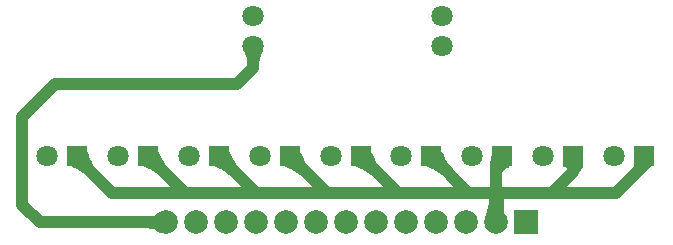
<source format=gtl>
G04 #@! TF.GenerationSoftware,KiCad,Pcbnew,8.0.1*
G04 #@! TF.CreationDate,2024-06-04T21:42:42+02:00*
G04 #@! TF.ProjectId,BMW E30 VFL SI Indicator,424d5720-4533-4302-9056-464c20534920,rev?*
G04 #@! TF.SameCoordinates,Original*
G04 #@! TF.FileFunction,Copper,L1,Top*
G04 #@! TF.FilePolarity,Positive*
%FSLAX46Y46*%
G04 Gerber Fmt 4.6, Leading zero omitted, Abs format (unit mm)*
G04 Created by KiCad (PCBNEW 8.0.1) date 2024-06-04 21:42:42*
%MOMM*%
%LPD*%
G01*
G04 APERTURE LIST*
G04 #@! TA.AperFunction,ComponentPad*
%ADD10R,2.000000X2.000000*%
G04 #@! TD*
G04 #@! TA.AperFunction,ComponentPad*
%ADD11C,2.000000*%
G04 #@! TD*
G04 #@! TA.AperFunction,ComponentPad*
%ADD12R,1.800000X1.800000*%
G04 #@! TD*
G04 #@! TA.AperFunction,ComponentPad*
%ADD13C,1.800000*%
G04 #@! TD*
G04 #@! TA.AperFunction,Conductor*
%ADD14C,1.000000*%
G04 #@! TD*
G04 #@! TA.AperFunction,Conductor*
%ADD15C,1.300000*%
G04 #@! TD*
G04 APERTURE END LIST*
D10*
X165540000Y-91600000D03*
D11*
X163000000Y-91600000D03*
X160460000Y-91600000D03*
X157920000Y-91600000D03*
X155380000Y-91600000D03*
X152840000Y-91600000D03*
X150300000Y-91600000D03*
X147760000Y-91600000D03*
X145220000Y-91600000D03*
X142680000Y-91600000D03*
X140140000Y-91600000D03*
X137600000Y-91600000D03*
X135060000Y-91600000D03*
D12*
X151575000Y-86000000D03*
D13*
X149035000Y-86000000D03*
D12*
X127575000Y-86000000D03*
D13*
X125035000Y-86000000D03*
D12*
X175575000Y-86000000D03*
D13*
X173035000Y-86000000D03*
D12*
X157575000Y-86000000D03*
D13*
X155035000Y-86000000D03*
D12*
X145575000Y-86000000D03*
D13*
X143035000Y-86000000D03*
D12*
X139575000Y-86000000D03*
D13*
X137035000Y-86000000D03*
D12*
X133575000Y-86000000D03*
D13*
X131035000Y-86000000D03*
X158500000Y-76700000D03*
X158500000Y-74160000D03*
X142500000Y-74160000D03*
X142500000Y-76700000D03*
D12*
X163575000Y-86000000D03*
D13*
X161035000Y-86000000D03*
D12*
X169575000Y-86000000D03*
D13*
X167035000Y-86000000D03*
D14*
X127575000Y-86000000D02*
X127575000Y-86175000D01*
X163000000Y-89100000D02*
X163000000Y-86575000D01*
X136700000Y-89100000D02*
X142700000Y-89100000D01*
X142700000Y-89100000D02*
X148700000Y-89100000D01*
X173200000Y-89100000D02*
X168300000Y-89100000D01*
X160700000Y-89100000D02*
X163000000Y-89100000D01*
X169575000Y-86000000D02*
X169575000Y-87325000D01*
X139575000Y-86000000D02*
X139600000Y-86000000D01*
X145600000Y-86000000D02*
X148700000Y-89100000D01*
X130500000Y-89100000D02*
X136700000Y-89100000D01*
X175575000Y-86000000D02*
X175575000Y-86725000D01*
X127575000Y-86175000D02*
X130500000Y-89100000D01*
X163000000Y-86575000D02*
X163575000Y-86000000D01*
X133575000Y-86000000D02*
X133600000Y-86000000D01*
X133600000Y-86000000D02*
X136700000Y-89100000D01*
X145575000Y-86000000D02*
X145600000Y-86000000D01*
X157575000Y-86000000D02*
X157600000Y-86000000D01*
X154700000Y-89100000D02*
X160700000Y-89100000D01*
X157600000Y-86000000D02*
X160700000Y-89100000D01*
X166500000Y-89100000D02*
X163000000Y-89100000D01*
D15*
X163000000Y-91600000D02*
X163000000Y-89100000D01*
D14*
X168300000Y-89100000D02*
X166500000Y-89100000D01*
X169575000Y-87325000D02*
X167800000Y-89100000D01*
X167800000Y-89100000D02*
X166500000Y-89100000D01*
X151575000Y-86000000D02*
X151600000Y-86000000D01*
X151600000Y-86000000D02*
X154700000Y-89100000D01*
X139600000Y-86000000D02*
X142700000Y-89100000D01*
X148700000Y-89100000D02*
X154700000Y-89100000D01*
X175575000Y-86725000D02*
X173200000Y-89100000D01*
X135060000Y-91600000D02*
X124400000Y-91600000D01*
X124400000Y-91600000D02*
X122900000Y-90100000D01*
X141100000Y-79900000D02*
X142500000Y-78500000D01*
X122900000Y-82700000D02*
X125700000Y-79900000D01*
X142500000Y-78500000D02*
X142500000Y-76700000D01*
X122900000Y-90100000D02*
X122900000Y-82700000D01*
X125700000Y-79900000D02*
X141100000Y-79900000D01*
G04 #@! TA.AperFunction,Conductor*
G36*
X162687666Y-85823991D02*
G01*
X163536054Y-85991318D01*
X163570239Y-85998061D01*
X163577693Y-86003024D01*
X163577698Y-86003032D01*
X164169908Y-86887816D01*
X164171662Y-86896597D01*
X164166693Y-86904047D01*
X164164374Y-86905248D01*
X164042457Y-86951996D01*
X163906837Y-87028000D01*
X163771221Y-87128001D01*
X163635603Y-87252006D01*
X163503478Y-87396204D01*
X163495363Y-87399989D01*
X163494852Y-87400000D01*
X162513329Y-87400000D01*
X162505056Y-87396573D01*
X162501629Y-87388300D01*
X162501728Y-87386783D01*
X162502551Y-87380487D01*
X162534999Y-87132298D01*
X162569999Y-86840597D01*
X162605000Y-86524895D01*
X162640000Y-86185194D01*
X162673762Y-85834348D01*
X162677965Y-85826443D01*
X162686529Y-85823825D01*
X162687666Y-85823991D01*
G37*
G04 #@! TD.AperFunction*
G04 #@! TA.AperFunction,Conductor*
G36*
X169583813Y-86007732D02*
G01*
X169583976Y-86007898D01*
X170433510Y-86891912D01*
X170436772Y-86900252D01*
X170433530Y-86908105D01*
X170328123Y-87018323D01*
X170328119Y-87018329D01*
X170214980Y-87160629D01*
X170214965Y-87160649D01*
X170101830Y-87326941D01*
X170101824Y-87326950D01*
X169988673Y-87517266D01*
X169988660Y-87517289D01*
X169882923Y-87717560D01*
X169876030Y-87723276D01*
X169867114Y-87722443D01*
X169864304Y-87720370D01*
X169168414Y-87024480D01*
X169157442Y-87018317D01*
X169069731Y-86969051D01*
X169069727Y-86969049D01*
X169069723Y-86969047D01*
X168971052Y-86928890D01*
X168872365Y-86903993D01*
X168773681Y-86894362D01*
X168705644Y-86898249D01*
X168697189Y-86895299D01*
X168693296Y-86887235D01*
X168696246Y-86878780D01*
X168696687Y-86878312D01*
X169567268Y-86007731D01*
X169575540Y-86004305D01*
X169583813Y-86007732D01*
G37*
G04 #@! TD.AperFunction*
G04 #@! TA.AperFunction,Conductor*
G36*
X146479784Y-85631978D02*
G01*
X146616415Y-85920488D01*
X146757842Y-86195124D01*
X146899266Y-86445756D01*
X147040681Y-86672370D01*
X147040692Y-86672387D01*
X147176495Y-86866962D01*
X147178420Y-86875707D01*
X147175174Y-86881931D01*
X146482070Y-87575035D01*
X146473797Y-87578462D01*
X146466914Y-87576223D01*
X146221518Y-87397694D01*
X146221508Y-87397687D01*
X146221503Y-87397684D01*
X145968007Y-87237263D01*
X145714511Y-87100842D01*
X145714507Y-87100840D01*
X145714492Y-87100833D01*
X145461024Y-86988425D01*
X145461015Y-86988421D01*
X145294752Y-86930427D01*
X145219145Y-86904055D01*
X145212462Y-86898095D01*
X145211951Y-86889155D01*
X145212147Y-86888634D01*
X145572460Y-86003792D01*
X145578754Y-85997424D01*
X145578762Y-85997420D01*
X146464690Y-85626194D01*
X146473643Y-85626158D01*
X146479784Y-85631978D01*
G37*
G04 #@! TD.AperFunction*
G04 #@! TA.AperFunction,Conductor*
G36*
X128472889Y-85670635D02*
G01*
X128478973Y-85677206D01*
X128479004Y-85677291D01*
X128581424Y-85960968D01*
X128687847Y-86231734D01*
X128794255Y-86478464D01*
X128794263Y-86478480D01*
X128900684Y-86701240D01*
X129003007Y-86892344D01*
X129003891Y-86901255D01*
X129000965Y-86906140D01*
X128307550Y-87599555D01*
X128299277Y-87602982D01*
X128291793Y-87600275D01*
X128072409Y-87417691D01*
X128072404Y-87417687D01*
X128072400Y-87417684D01*
X127984340Y-87353681D01*
X127844802Y-87252263D01*
X127703381Y-87164389D01*
X127617203Y-87110842D01*
X127389604Y-86993421D01*
X127311659Y-86961427D01*
X127173267Y-86904622D01*
X127166915Y-86898310D01*
X127166886Y-86889355D01*
X127167050Y-86888976D01*
X127572271Y-86003709D01*
X127578828Y-85997615D01*
X128463942Y-85670290D01*
X128472889Y-85670635D01*
G37*
G04 #@! TD.AperFunction*
G04 #@! TA.AperFunction,Conductor*
G36*
X134479784Y-85631978D02*
G01*
X134616415Y-85920488D01*
X134757842Y-86195124D01*
X134899266Y-86445756D01*
X135040681Y-86672370D01*
X135040692Y-86672387D01*
X135176495Y-86866962D01*
X135178420Y-86875707D01*
X135175174Y-86881931D01*
X134482070Y-87575035D01*
X134473797Y-87578462D01*
X134466914Y-87576223D01*
X134221518Y-87397694D01*
X134221508Y-87397687D01*
X134221503Y-87397684D01*
X133968007Y-87237263D01*
X133714511Y-87100842D01*
X133714507Y-87100840D01*
X133714492Y-87100833D01*
X133461024Y-86988425D01*
X133461015Y-86988421D01*
X133294752Y-86930427D01*
X133219145Y-86904055D01*
X133212462Y-86898095D01*
X133211951Y-86889155D01*
X133212147Y-86888634D01*
X133572460Y-86003792D01*
X133578754Y-85997424D01*
X133578762Y-85997420D01*
X134464690Y-85626194D01*
X134473643Y-85626158D01*
X134479784Y-85631978D01*
G37*
G04 #@! TD.AperFunction*
G04 #@! TA.AperFunction,Conductor*
G36*
X158479784Y-85631978D02*
G01*
X158616415Y-85920488D01*
X158757842Y-86195124D01*
X158899266Y-86445756D01*
X159040681Y-86672370D01*
X159040692Y-86672387D01*
X159176495Y-86866962D01*
X159178420Y-86875707D01*
X159175174Y-86881931D01*
X158482070Y-87575035D01*
X158473797Y-87578462D01*
X158466914Y-87576223D01*
X158221518Y-87397694D01*
X158221508Y-87397687D01*
X158221503Y-87397684D01*
X157968007Y-87237263D01*
X157714511Y-87100842D01*
X157714507Y-87100840D01*
X157714492Y-87100833D01*
X157461024Y-86988425D01*
X157461015Y-86988421D01*
X157294752Y-86930427D01*
X157219145Y-86904055D01*
X157212462Y-86898095D01*
X157211951Y-86889155D01*
X157212147Y-86888634D01*
X157572460Y-86003792D01*
X157578754Y-85997424D01*
X157578762Y-85997420D01*
X158464690Y-85626194D01*
X158473643Y-85626158D01*
X158479784Y-85631978D01*
G37*
G04 #@! TD.AperFunction*
G04 #@! TA.AperFunction,Conductor*
G36*
X163646870Y-90103427D02*
G01*
X163650293Y-90111399D01*
X163657351Y-90386043D01*
X163657353Y-90386071D01*
X163683009Y-90588725D01*
X163732383Y-90760110D01*
X163810849Y-90952222D01*
X163919247Y-91206453D01*
X163919339Y-91215407D01*
X163913073Y-91221805D01*
X163912971Y-91221847D01*
X163004487Y-91599136D01*
X162995533Y-91599145D01*
X162995513Y-91599136D01*
X162087028Y-91221847D01*
X162080701Y-91215509D01*
X162080710Y-91206555D01*
X162080752Y-91206453D01*
X162189128Y-90952271D01*
X162267616Y-90760107D01*
X162316988Y-90588733D01*
X162342647Y-90386060D01*
X162349707Y-90111399D01*
X162353345Y-90103217D01*
X162361403Y-90100000D01*
X163638597Y-90100000D01*
X163646870Y-90103427D01*
G37*
G04 #@! TD.AperFunction*
G04 #@! TA.AperFunction,Conductor*
G36*
X152479784Y-85631978D02*
G01*
X152616415Y-85920488D01*
X152757842Y-86195124D01*
X152899266Y-86445756D01*
X153040681Y-86672370D01*
X153040692Y-86672387D01*
X153176495Y-86866962D01*
X153178420Y-86875707D01*
X153175174Y-86881931D01*
X152482070Y-87575035D01*
X152473797Y-87578462D01*
X152466914Y-87576223D01*
X152221518Y-87397694D01*
X152221508Y-87397687D01*
X152221503Y-87397684D01*
X151968007Y-87237263D01*
X151714511Y-87100842D01*
X151714507Y-87100840D01*
X151714492Y-87100833D01*
X151461024Y-86988425D01*
X151461015Y-86988421D01*
X151294752Y-86930427D01*
X151219145Y-86904055D01*
X151212462Y-86898095D01*
X151211951Y-86889155D01*
X151212147Y-86888634D01*
X151572460Y-86003792D01*
X151578754Y-85997424D01*
X151578762Y-85997420D01*
X152464690Y-85626194D01*
X152473643Y-85626158D01*
X152479784Y-85631978D01*
G37*
G04 #@! TD.AperFunction*
G04 #@! TA.AperFunction,Conductor*
G36*
X140479784Y-85631978D02*
G01*
X140616415Y-85920488D01*
X140757842Y-86195124D01*
X140899266Y-86445756D01*
X141040681Y-86672370D01*
X141040692Y-86672387D01*
X141176495Y-86866962D01*
X141178420Y-86875707D01*
X141175174Y-86881931D01*
X140482070Y-87575035D01*
X140473797Y-87578462D01*
X140466914Y-87576223D01*
X140221518Y-87397694D01*
X140221508Y-87397687D01*
X140221503Y-87397684D01*
X139968007Y-87237263D01*
X139714511Y-87100842D01*
X139714507Y-87100840D01*
X139714492Y-87100833D01*
X139461024Y-86988425D01*
X139461015Y-86988421D01*
X139294752Y-86930427D01*
X139219145Y-86904055D01*
X139212462Y-86898095D01*
X139211951Y-86889155D01*
X139212147Y-86888634D01*
X139572460Y-86003792D01*
X139578754Y-85997424D01*
X139578762Y-85997420D01*
X140464690Y-85626194D01*
X140473643Y-85626158D01*
X140479784Y-85631978D01*
G37*
G04 #@! TD.AperFunction*
G04 #@! TA.AperFunction,Conductor*
G36*
X175582132Y-86009413D02*
G01*
X175583612Y-86011224D01*
X176165746Y-86889835D01*
X176167459Y-86898624D01*
X176162455Y-86906050D01*
X176162047Y-86906309D01*
X176017977Y-86993425D01*
X175863486Y-87110843D01*
X175863470Y-87110857D01*
X175709012Y-87252243D01*
X175708994Y-87252261D01*
X175554500Y-87417678D01*
X175554497Y-87417681D01*
X175408183Y-87597071D01*
X175400298Y-87601316D01*
X175391721Y-87598743D01*
X175390843Y-87597949D01*
X174692220Y-86899326D01*
X174688793Y-86891053D01*
X174692220Y-86882780D01*
X175565587Y-86009412D01*
X175573859Y-86005986D01*
X175582132Y-86009413D01*
G37*
G04 #@! TD.AperFunction*
G04 #@! TA.AperFunction,Conductor*
G36*
X134681794Y-90686953D02*
G01*
X134682080Y-90687589D01*
X135059136Y-91595513D01*
X135059145Y-91604467D01*
X135059136Y-91604487D01*
X134682080Y-92512410D01*
X134675742Y-92518737D01*
X134666788Y-92518728D01*
X134666152Y-92518442D01*
X134407008Y-92392240D01*
X134406004Y-92391688D01*
X134217624Y-92275891D01*
X134052437Y-92183352D01*
X133852647Y-92122131D01*
X133570818Y-92100818D01*
X133562827Y-92096777D01*
X133560000Y-92089151D01*
X133560000Y-91110848D01*
X133563427Y-91102575D01*
X133570815Y-91099182D01*
X133852649Y-91077867D01*
X134052435Y-91016647D01*
X134052437Y-91016646D01*
X134217624Y-90924107D01*
X134253658Y-90901956D01*
X134406014Y-90808304D01*
X134406997Y-90807763D01*
X134666152Y-90681556D01*
X134675091Y-90681016D01*
X134681794Y-90686953D01*
G37*
G04 #@! TD.AperFunction*
G04 #@! TA.AperFunction,Conductor*
G36*
X143320296Y-77039764D02*
G01*
X143326621Y-77046102D01*
X143326612Y-77055056D01*
X143326446Y-77055437D01*
X143215830Y-77297111D01*
X143215602Y-77297581D01*
X143123357Y-77477437D01*
X143123341Y-77477470D01*
X143055715Y-77636640D01*
X143055712Y-77636649D01*
X143014151Y-77826850D01*
X143014149Y-77826864D01*
X143000575Y-78088905D01*
X142996725Y-78096990D01*
X142988891Y-78100000D01*
X142011109Y-78100000D01*
X142002836Y-78096573D01*
X141999425Y-78088905D01*
X141985849Y-77826864D01*
X141985848Y-77826859D01*
X141985848Y-77826853D01*
X141944284Y-77636644D01*
X141918979Y-77577084D01*
X141876657Y-77477470D01*
X141876652Y-77477461D01*
X141876648Y-77477450D01*
X141784386Y-77297562D01*
X141784176Y-77297130D01*
X141673553Y-77055437D01*
X141673226Y-77046488D01*
X141679323Y-77039929D01*
X141679654Y-77039784D01*
X142495512Y-76700863D01*
X142504465Y-76700855D01*
X143320296Y-77039764D01*
G37*
G04 #@! TD.AperFunction*
M02*

</source>
